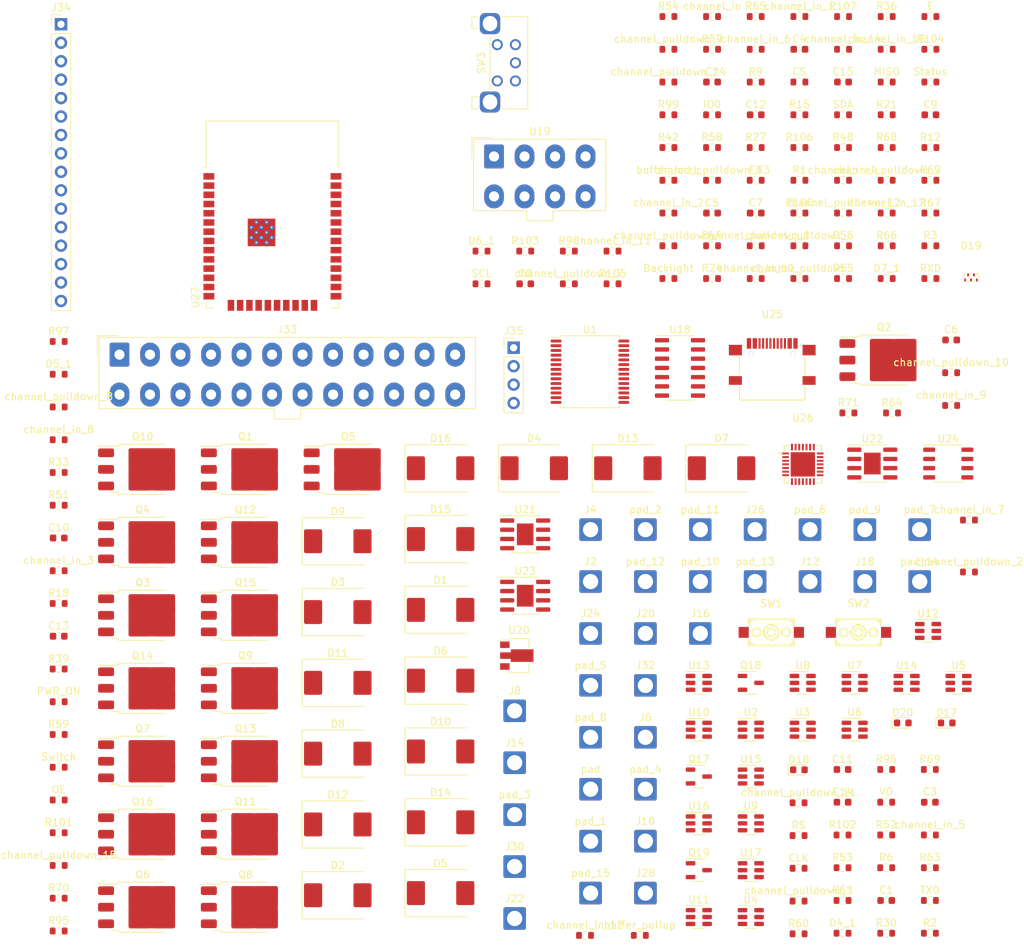
<source format=kicad_pcb>
(kicad_pcb (version 20221018) (generator pcbnew)
  (layers (0 "F.Cu" signal) (31 "B.Cu" signal) (34 "B.Paste" user) (35 "F.Paste" user) (36 "B.SilkS" user "B.Silkscreen") (37 "F.SilkS" user "F.Silkscreen") (38 "B.Mask" user) (39 "F.Mask" user) (44 "Edge.Cuts" user))
  (net 0 "")
  (net 1 "GND")
  (net 2 "N$102")
  (net 3 "N$99")
  (net 4 "N$100")
  (net 5 "N$101")
  (net 6 "N$98")
  (net 7 "+5V")
  (net 8 "N$65")
  (net 9 "N$66")
  (net 10 "N$67")
  (net 11 "N$68")
  (net 12 "N$69")
  (net 13 "N$70")
  (net 14 "N$71")
  (net 15 "N$72")
  (net 16 "N$73")
  (net 17 "N$74")
  (net 18 "N$75")
  (net 19 "N$76")
  (net 20 "N$77")
  (net 21 "N$78")
  (net 22 "N$79")
  (net 23 "N$80")
  (net 24 "~OE")
  (net 25 "SCL")
  (net 26 "SDA")
  (net 27 "N$28")
  (net 28 "N$27")
  (net 29 "N$32")
  (net 30 "N$31")
  (net 31 "N$36")
  (net 32 "N$35")
  (net 33 "N$4")
  (net 34 "N$3")
  (net 35 "N$40")
  (net 36 "N$39")
  (net 37 "N$44")
  (net 38 "N$43")
  (net 39 "N$48")
  (net 40 "N$47")
  (net 41 "N$52")
  (net 42 "N$51")
  (net 43 "N$56")
  (net 44 "N$55")
  (net 45 "N$60")
  (net 46 "N$59")
  (net 47 "N$64")
  (net 48 "N$63")
  (net 49 "N$8")
  (net 50 "N$7")
  (net 51 "N$12")
  (net 52 "N$11")
  (net 53 "N$16")
  (net 54 "N$15")
  (net 55 "N$20")
  (net 56 "N$19")
  (net 57 "N$24")
  (net 58 "N$23")
  (net 59 "HV")
  (net 60 "+3V3")
  (net 61 "N$5")
  (net 62 "N$6")
  (net 63 "N$29")
  (net 64 "N$30")
  (net 65 "N$25")
  (net 66 "N$26")
  (net 67 "N$21")
  (net 68 "N$22")
  (net 69 "N$17")
  (net 70 "N$18")
  (net 71 "N$13")
  (net 72 "N$14")
  (net 73 "N$9")
  (net 74 "N$10")
  (net 75 "N$37")
  (net 76 "N$38")
  (net 77 "N$33")
  (net 78 "N$34")
  (net 79 "N$41")
  (net 80 "N$42")
  (net 81 "N$45")
  (net 82 "N$46")
  (net 83 "N$49")
  (net 84 "N$50")
  (net 85 "N$53")
  (net 86 "N$54")
  (net 87 "N$57")
  (net 88 "N$58")
  (net 89 "N$61")
  (net 90 "N$62")
  (net 91 "N$1")
  (net 92 "N$2")
  (net 93 "N$109")
  (net 94 "N$111")
  (net 95 "EN")
  (net 96 "N$112")
  (net 97 "N$110")
  (net 98 "IO0")
  (net 99 "N$87")
  (net 100 "N$86")
  (net 101 "N$97")
  (net 102 "CS")
  (net 103 "MISO")
  (net 104 "CLK")
  (net 105 "HV_UPSTREAM")
  (net 106 "OE")
  (net 107 "N$96")
  (net 108 "N$94")
  (net 109 "N$93")
  (net 110 "N$95")
  (net 111 "OE_1")
  (net 112 "N$83")
  (net 113 "R1")
  (net 114 "R2")
  (net 115 "N$92")
  (net 116 "N$133")
  (net 117 "N$108")
  (net 118 "RXD")
  (net 119 "N$127")
  (net 120 "TXD")
  (net 121 "N$139")
  (net 122 "N$137")
  (net 123 "N$138")
  (net 124 "N$123")
  (net 125 "N$124")
  (net 126 "N$128")
  (net 127 "N$116")
  (net 128 "RS")
  (net 129 "N$140")
  (net 130 "N$82")
  (net 131 "N$115")
  (net 132 "VO")
  (net 133 "N$141")
  (net 134 "N$132")
  (net 135 "N$148")
  (net 136 "N$147")
  (net 137 "N$146")
  (net 138 "N$145")
  (net 139 "N$144")
  (net 140 "N$143")
  (net 141 "N$142")
  (net 142 "N$106")
  (net 143 "N$131")
  (net 144 "N$126")
  (net 145 "PWR_ON")
  (net 146 "N$125")
  (net 147 "N$134")
  (net 148 "N$129")
  (net 149 "N$117")
  (net 150 "N$121")
  (net 151 "D7")
  (net 152 "N$120")
  (net 153 "D6")
  (net 154 "N$119")
  (net 155 "D5")
  (net 156 "N$118")
  (net 157 "D4")
  (net 158 "N$136")
  (net 159 "N$135")
  (net 160 "N$105")
  (net 161 "N$122")
  (net 162 "Backlight")
  (net 163 "N$85")
  (net 164 "N$84")
  (net 165 "N$107")
  (footprint "easyeda:QFN-28_L5.0-W5.0-P0.50-TL-EP3.3" (layer "F.Cu") (at 156.395 83.81)
    (fp_text reference "U26")
    (fp_text value "CP2102N-A01-GQFN28")
  )
  (footprint "Connector_Wire:SolderWire-1.5sqmm_1x01_D1.7mm_OD3mm" (layer "F.Cu") (at 127.175 142.85)
    (fp_text reference "pad_15")
    (fp_text value "Conn_01x01")
  )
  (footprint "Resistor_SMD:R_0603_1608Metric" (layer "F.Cu") (at 137.885 26.65)
    (fp_text reference "channel_pulldown_4")
    (fp_text value "100K")
  )
  (footprint "Connector_Wire:SolderWire-1.5sqmm_1x01_D1.7mm_OD3mm" (layer "F.Cu") (at 127.175 135.7)
    (fp_text reference "pad_1")
    (fp_text value "Conn_01x01")
  )
  (footprint "Resistor_SMD:R_0603_1608Metric" (layer "F.Cu") (at 167.865 148.38)
    (fp_text reference "R30")
    (fp_text value "1R")
  )
  (footprint "Connector_Wire:SolderWire-1.5sqmm_1x01_D1.7mm_OD3mm" (layer "F.Cu") (at 127.175 107.1)
    (fp_text reference "J24")
    (fp_text value "Conn_01x01")
  )
  (footprint "Connector_Wire:SolderWire-1.5sqmm_1x01_D1.7mm_OD3mm" (layer "F.Cu") (at 134.725 114.25)
    (fp_text reference "J32")
    (fp_text value "Conn_01x01")
  )
  (footprint "Resistor_SMD:R_0603_1608Metric" (layer "F.Cu") (at 149.905 44.69)
    (fp_text reference "EN")
    (fp_text value "10R")
  )
  (footprint "Diode_SMD:D_SMC" (layer "F.Cu") (at 106.53 103.85)
    (fp_text reference "D1")
    (fp_text value "S5DC-13-F")
  )
  (footprint "Diode_SMD:D_SMC" (layer "F.Cu") (at 92.38 94.4)
    (fp_text reference "D9")
    (fp_text value "S5DC-13-F")
  )
  (footprint "Resistor_SMD:R_0603_1608Metric" (layer "F.Cu") (at 161.855 134.85)
    (fp_text reference "R102")
    (fp_text value "10R")
  )
  (footprint "Resistor_SMD:R_0603_1608Metric" (layer "F.Cu") (at 130.195 58.95)
    (fp_text reference "R105")
    (fp_text value "10R")
  )
  (footprint "Resistor_SMD:R_0603_1608Metric" (layer "F.Cu") (at 155.915 58.22)
    (fp_text reference "channel_pulldown")
    (fp_text value "100K")
  )
  (footprint "Package_TO_SOT_SMD:TO-252-3_TabPin2" (layer "F.Cu") (at 65.525 144.8)
    (fp_text reference "Q6")
    (fp_text value "AOD508")
  )
  (footprint "Package_TO_SOT_SMD:SOT-23-6" (layer "F.Cu") (at 170.675 113.9)
    (fp_text reference "U14")
    (fp_text value "ZXGD3001E6")
  )
  (footprint "Resistor_SMD:R_0603_1608Metric" (layer "F.Cu") (at 173.875 125.83)
    (fp_text reference "R69")
    (fp_text value "0")
  )
  (footprint "Resistor_SMD:R_0603_1608Metric" (layer "F.Cu") (at 167.935 31.16)
    (fp_text reference "MISO")
    (fp_text value "10R")
  )
  (footprint "Package_TO_SOT_SMD:TO-252-3_TabPin2" (layer "F.Cu") (at 65.525 94.55)
    (fp_text reference "Q4")
    (fp_text value "AOD508")
  )
  (footprint "Resistor_SMD:R_0603_1608Metric" (layer "F.Cu") (at 53.965 75.91)
    (fp_text reference "channel_pulldown_8")
    (fp_text value "100K")
  )
  (footprint "Resistor_SMD:R_0603_1608Metric" (layer "F.Cu") (at 161.925 49.2)
    (fp_text reference "channel_pulldown_12")
    (fp_text value "100K")
  )
  (footprint "Package_SO:TSSOP-28_8x9.7mm_P0.65mm" (layer "F.Cu") (at 127.085 71.05)
    (fp_text reference "U1")
    (fp_text value "PCA9685PW")
  )
  (footprint "Resistor_SMD:R_0603_1608Metric" (layer "F.Cu") (at 53.965 89.44)
    (fp_text reference "R51")
    (fp_text value "2K")
  )
  (footprint "Connector_Wire:SolderWire-1.5sqmm_1x01_D1.7mm_OD3mm" (layer "F.Cu") (at 172.475 92.8)
    (fp_text reference "pad_7")
    (fp_text value "Conn_01x01")
  )
  (footprint "Resistor_SMD:R_0603_1608Metric" (layer "F.Cu") (at 173.875 139.36)
    (fp_text reference "R63")
    (fp_text value "5K1")
  )
  (footprint "Resistor_SMD:R_0603_1608Metric" (layer "F.Cu") (at 173.945 49.2)
    (fp_text reference "R67")
    (fp_text value "47K5")
  )
  (footprint "Resistor_SMD:R_0603_1608Metric" (layer "F.Cu") (at 155.805 134.93)
    (fp_text reference "RS")
    (fp_text value "10R")
  )
  (footprint "Package_SO:SOIC-8-1EP_3.9x4.9mm_P1.27mm_EP2.29x3mm" (layer "F.Cu") (at 118.175 101.9)
    (fp_text reference "U23")
    (fp_text value "AP358SG-13")
  )
  (footprint "Diode_SMD:D_SMC" (layer "F.Cu") (at 92.38 143.15)
    (fp_text reference "D2")
    (fp_text value "S5DC-13-F")
  )
  (footprint "Capacitor_SMD:C_0603_1608Metric" (layer "F.Cu") (at 173.875 130.34)
    (fp_text reference "C3")
    (fp_text value "22u")
  )
  (footprint "Package_TO_SOT_SMD:TO-252-3_TabPin2" (layer "F.Cu") (at 79.675 134.75)
    (fp_text reference "Q11")
    (fp_text value "AOD508")
  )
  (footprint "Resistor_SMD:R_0603_1608Metric" (layer "F.Cu") (at 167.935 22.14)
    (fp_text reference "R36")
    (fp_text value "1R")
  )
  (footprint "Connector_Wire:SolderWire-1.5sqmm_1x01_D1.7mm_OD3mm" (layer "F.Cu") (at 134.725 128.55)
    (fp_text reference "pad_4")
    (fp_text value "Conn_01x01")
  )
  (footprint "Connector_Wire:SolderWire-1.5sqmm_1x01_D1.7mm_OD3mm" (layer "F.Cu") (at 142.275 92.8)
    (fp_text reference "pad_11")
    (fp_text value "Conn_01x01")
  )
  (footprint "Connector_Wire:SolderWire-1.5sqmm_1x01_D1.7mm_OD3mm" (layer "F.Cu") (at 134.725 142.85)
    (fp_text reference "J28")
    (fp_text value "Conn_01x01")
  )
  (footprint "Connector_Wire:SolderWire-1.5sqmm_1x01_D1.7mm_OD3mm" (layer "F.Cu") (at 116.725 146.35)
    (fp_text reference "J22")
    (fp_text value "Conn_01x01")
  )
  (footprint "Resistor_SMD:R_0603_1608Metric" (layer "F.Cu") (at 124.185 54.44)
    (fp_text reference "R98")
    (fp_text value "10R")
  )
  (footprint "Resistor_SMD:R_0603_1608Metric" (layer "F.Cu") (at 161.925 58.22)
    (fp_text reference "R55")
    (fp_text value "100K")
  )
  (footprint "LED_SMD:LED_0603_1608Metric" (layer "F.Cu") (at 176.195 119.42)
    (fp_text reference "D17")
    (fp_text value "LED")
  )
  (footprint "Resistor_SMD:R_0603_1608Metric" (layer "F.Cu") (at 130.195 54.44)
    (fp_text reference "channel_in_11")
    (fp_text value "100R")
  )
  (footprint "Resistor_SMD:R_0603_1608Metric" (layer "F.Cu") (at 155.915 22.14)
    (fp_text reference "channel_in_1")
    (fp_text value "100R")
  )
  (footprint "Package_TO_SOT_SMD:SOT-23-6" (layer "F.Cu") (at 142.075 133.25)
    (fp_text reference "U16")
    (fp_text value "ZXGD3001E6")
  )
  (footprint "Resistor_SMD:R_0603_1608Metric" (layer "F.Cu") (at 161.925 22.14)
    (fp_text reference "R107")
    (fp_text value "10R")
  )
  (footprint "Connector_Wire:SolderWire-1.5sqmm_1x01_D1.7mm_OD3mm" (layer "F.Cu") (at 142.275 99.95)
    (fp_text reference "pad_10")
    (fp_text value "Conn_01x01")
  )
  (footprint "Diode_SMD:D_SMC" (layer "F.Cu") (at 106.53 94.1)
    (fp_text reference "D15")
    (fp_text value "S5DC-13-F")
  )
  (footprint "Resistor_SMD:R_0603_1608Metric" (layer "F.Cu") (at 161.925 35.67)
    (fp_text reference "SDA")
    (fp_text value "10R")
  )
  (footprint "Package_TO_SOT_SMD:SOT-23-6" (layer "F.Cu") (at 163.525 120.35)
    (fp_text reference "U6")
    (fp_text value "ZXGD3001E6")
  )
  (footprint "Resistor_SMD:R_0603_1608Metric" (layer "F.Cu") (at 179.255 98.63)
    (fp_text reference "channel_pulldown_2")
    (fp_text value "100K")
  )
  (footprint "Resistor_SMD:R_0603_1608Metric" (layer "F.Cu") (at 176.805 71.19)
    (fp_text reference "channel_pulldown_10")
    (fp_text value "100K")
  )
  (footprint "Connector_Wire:SolderWire-1.5sqmm_1x01_D1.7mm_OD3mm" (layer "F.Cu") (at 127.175 99.95)
    (fp_text reference "J2")
    (fp_text value "Conn_01x01")
  )
  (footprint "Resistor_SMD:R_0603_1608Metric" (layer "F.Cu") (at 161.925 53.71)
    (fp_text reference "R56")
    (fp_text value "100K")
  )
  (footprint "Resistor_SMD:R_0603_1608Metric" (layer "F.Cu") (at 173.945 44.69)
    (fp_text reference "R62")
    (fp_text value "10R")
  )
  (footprint "Resistor_SMD:R_0603_1608Metric" (layer "F.Cu") (at 155.805 148.46)
    (fp_text reference "R60")
    (fp_text value "30K")
  )
  (footprint "Resistor_SMD:R_0603_1608Metric" (layer "F.Cu") (at 155.805 143.95)
    (fp_text reference "channel_pulldown_3")
    (fp_text value "100K")
  )
  (footprint "Resistor_SMD:R_0603_1608Metric" (layer "F.Cu") (at 161.855 143.87)
    (fp_text reference "R61")
    (fp_text value "12K")
  )
  (footprint "Resistor_SMD:R_0603_1608Metric" (layer "F.Cu") (at 173.945 26.65)
    (fp_text reference "R104")
    (fp_text value "10R")
  )
  (footprint "Resistor_SMD:R_0603_1608Metric" (layer "F.Cu") (at 161.925 26.65)
    (fp_text reference "channel_in_14")
    (fp_text value "100R")
  )
  (footprint "Connector_Wire:SolderWire-1.5sqmm_1x01_D1.7mm_OD3mm" (layer "F.Cu") (at 157.375 92.8)
    (fp_text reference "pad_6")
    (fp_text value "Conn_01x01")
  )
  (footprint "Diode_SMD:D_SMC" (layer "F.Cu") (at 106.53 142.85)
    (fp_text reference "D5")
    (fp_text value "S5DC-13-F")
  )
  (footprint "Resistor_SMD:R_0603_1608Metric" (layer "F.Cu") (at 161.925 44.69)
    (fp_text reference "channel_in_4")
    (fp_text value "100R")
  )
  (footprint "Package_TO_SOT_SMD:SOT-23-6" (layer "F.Cu") (at 149.225 126.8)
    (fp_text reference "U15")
    (fp_text value "ZXGD3001E6")
  )
  (footprint "Connector_PinHeader_2.54mm:PinHeader_1x04_P2.54mm_Vertical" (layer "F.Cu") (at 116.585 67.75)
    (fp_text reference "J35")
    (fp_text value "Conn_01x04_Male")
  )
  (footprint "Resistor_SMD:R_0603_1608Metric" (layer "F.Cu") (at 173.945 58.22)
    (fp_text reference "RXD")
    (fp_text value "10R")
  )
  (footprint "Package_TO_SOT_SMD:SOT-23-3" (layer "F.Cu") (at 142.075 139.7)
    (fp_text reference "Q19")
    (fp_text value "SS8050-G")
  )
  (footprint "Resistor_SMD:R_0603_1608Metric" (layer "F.Cu") (at 53.965 121.01)
    (fp_text reference "R59")
    (fp_text value "30K")
  )
  (footprint "Package_TO_SOT_SMD:SOT-23-6" (layer "F.Cu") (at 149.225 146.15)
    (fp_text reference "U4")
    (fp_text value "ZXGD3001E6")
  )
  (footprint "Connector_Wire:SolderWire-1.5sqmm_1x01_D1.7mm_OD3mm" (layer "F.Cu") (at 127.175 121.4)
    (fp_text reference "pad_8")
    (fp_text value "Conn_01x01")
  )
  (footprint "Resistor_SMD:R_0603_1608Metric" (layer "F.Cu") (at 53.965 143.56)
    (fp_text reference "R70")
    (fp_text value "10K")
  )
  (footprint "Resistor_SMD:R_0603_1608Metric" (layer "F.Cu") (at 137.885 53.71)
    (fp_text reference "channel_pulldown_5")
    (fp_text value "100K")
  )
  (footprint "Resistor_SMD:R_0603_1608Metric" (layer "F.Cu") (at 161.925 40.18)
    (fp_text reference "R48")
    (fp_text value "1R")
  )
  (footprint "Resistor_SMD:R_0603_1608Metric" (layer "F.Cu") (at 53.965 102.97)
    (fp_text reference "R18")
    (fp_text value "1R")
  )
  (footprint "LED_SMD:LED_0603_1608Metric" (layer "F.Cu") (at 155.845 125.87)
    (fp_text reference "D18")
    (fp_text value "LED")
  )
  (footprint "Connector_Wire:SolderWire-1.5sqmm_1x01_D1.7mm_OD3mm" (layer "F.Cu") (at 116.725 117.75)
    (fp_text reference "J8")
    (fp_text value "Conn_01x01")
  )
  (footprint "Resistor_SMD:R_0603_1608Metric" (layer "F.Cu") (at 155.805 139.44)
    (fp_text reference "CLK")
    (fp_text value "10R")
  )
  (footprint "Connector_Wire:SolderWire-1.5sqmm_1x01_D1.7mm_OD3mm" (layer "F.Cu") (at 116.725 139.2)
    (fp_text reference "J30")
    (fp_text value "Conn_01x01")
  )
  (footprint "Resistor_SMD:R_0603_1608Metric" (layer "F.Cu") (at 124.185 58.95)
    (fp_text reference "channel_pulldown_7")
    (fp_text value "100K")
  )
  (footprint "Capacitor_SMD:C_0603_1608Metric" (layer "F.Cu") (at 161.925 31.16)
    (fp_text reference "C15")
    (fp_text value "100n")
  )
  (footprint "Package_TO_SOT_SMD:SOT-23-6" (layer "F.Cu") (at 156.375 120.35)
    (fp_text reference "U3")
    (fp_text value "ZXGD3001E6")
  )
  (footprint "Connector_Wire:SolderWire-1.5sqmm_1x01_D1.7mm_OD3mm" (layer "F.Cu") (at 134.725 99.95)
    (fp_text reference "pad_12")
    (fp_text value "Conn_01x01")
  )
  (footprint "Connector_Wire:SolderWire-1.5sqmm_1x01_D1.7mm_OD3mm" (layer "F.Cu") (at 127.175 92.8)
    (fp_text reference "J4")
    (fp_text value "Conn_01x01")
  )
  (footprint "Capacitor_SMD:C_0603_1608Metric" (layer "F.Cu") (at 53.965 107.48)
    (fp_text reference "C13")
    (fp_text value "22u")
  )
  (footprint "Connector_Wire:SolderWire-1.5sqmm_1x01_D1.7mm_OD3mm" (layer "F.Cu") (at 172.475 99.95)
    (fp_text reference "pad_14")
    (fp_text value "Conn_01x01")
  )
  (footprint "Resistor_SMD:R_0603_1608Metric" (layer "F.Cu") (at 161.855 148.38)
    (fp_text reference "D4_1")
    (fp_text value "10R")
  )
  (footprint "Resistor_SMD:R_0603_1608Metric" (layer "F.Cu") (at 167.935 40.18)
    (fp_text reference "R68")
    (fp_text value "0")
  )
  (footprint "Resistor_SMD:R_0603_1608Metric" (layer "F.Cu") (at 167.935 35.67)
    (fp_text reference "R21")
    (fp_text value "1R")
  )
  (footprint "RF_Module:ESP32-WROOM-32D" (layer "F.Cu") (at 83.385 52.4)
    (fp_text reference "U27")
    (fp_text value "ESP32-WROOM-32")
  )
  (footprint "Resistor_SMD:R_0603_1608Metric" (layer "F.Cu") (at 53.965 125.52)
    (fp_text reference "Switch")
    (fp_text value "10R")
  )
  (footprint "Package_TO_SOT_SMD:SOT-23-6" (layer "F.Cu") (at 142.075 120.35)
    (fp_text reference "U10")
    (fp_text value "ZXGD3001E6")
  )
  (footprint "Resistor_SMD:R_0603_1608Metric" (layer "F.Cu") (at 126.405 148.68)
    (fp_text reference "channel_in_13")
    (fp_text value "100R")
  )
  (footprint "Package_TO_SOT_SMD:SOT-23-6" (layer "F.Cu") (at 149.225 120.35)
    (fp_text reference "U2")
    (fp_text value "ZXGD3001E6")
  )
  (footprint "Connector_Wire:SolderWire-1.5sqmm_1x01_D1.7mm_OD3mm" (layer "F.Cu") (at 164.925 99.95)
    (fp_text reference "J18")
    (fp_text value "Conn_01x01")
  )
  (footprint "Package_TO_SOT_SMD:TO-252-3_TabPin2" (layer "F.Cu") (at 93.825 84.5)
    (fp_text reference "Q5")
    (fp_text value "AOD508")
  )
  (footprint "Resistor_SMD:R_0603_1608Metric" (layer "F.Cu") (at 137.885 35.67)
    (fp_text reference "R99")
    (fp_text value "10R")
  )
  (footprint "Connector_Wire:SolderWire-1.5sqmm_1x01_D1.7mm_OD3mm" (layer "F.Cu") (at 127.175 128.55)
    (fp_text reference "pad")
    (fp_text value "Conn_01x01")
  )
  (footprint "Resistor_SMD:R_0603_1608Metric" (layer "F.Cu") (at 168.665 76.73)
    (fp_text reference "R64")
    (fp_text value "5K1")
  )
  (footprint "Rotary_Encoder:RotaryEncoder_Bourns_Horizontal_PEC12R-2xxxF-Sxxxx" (layer "F.Cu") (at 116.835 31.01)
    (fp_text reference "SW3")
    (fp_text value "Rotary_Encoder_Switch")
  )
  (footprint "Resistor_SMD:R_0603_1608Metric" (layer "F.Cu") (at 53.965 111.99)
    (fp_text reference "R39")
    (fp_text value "1R")
  )
  (footprint "Resistor_SMD:R_0603_1608Metric" (layer "F.Cu") (at 143.895 53.71)
    (fp_text reference "R45")
    (fp_text value "1R")
  )
  (footprint "Diode_SMD:D_SMC" (layer "F.Cu") (at 106.53 84.35)
    (fp_text reference "D16")
    (fp_text value "S5DC-13-F")
  )
  (footprint "Package_TO_SOT_SMD:TO-252-3_TabPin2" (layer "F.Cu") (at 79.675 104.6)
    (fp_text reference "Q15")
    (fp_text value "AOD508")
  )
  (footprint "Capacitor_SMD:C_0603_1608Metric" (layer "F.Cu") (at 53.965 93.95)
    (fp_text reference "C10")
    (fp_text value "100n")
  )
  (footprint "Resistor_SMD:R_0603_1608Metric" (layer "F.Cu") (at 173.945 40.18)
    (fp_text reference "R12")
    (fp_text value "1R")
  )
  (footprint "Package_TO_SOT_SMD:SOT-89-3" (layer "F.Cu") (at 117.325 110.15)
    (fp_text reference "U20")
    (fp_text value "AP1117-15")
  )
  (footprint "Resistor_SMD:R_0603_1608Metric" (layer "F.Cu") (at 137.885 44.69)
    (fp_text reference "buffer_led_r")
    (fp_text value "2K")
  )
  (footprint "Package_TO_SOT_SMD:SOT-23-3" (layer "F.Cu") (at 149.225 113.9)
    (fp_text reference "Q18")
    (fp_text value "SS8050-G")
  )
  (footprint "Package_TO_SOT_SMD:SOT-23-3" (layer "F.Cu") (at 142.075 126.8)
    (fp_text reference "Q17")
    (fp_text value "SS8050-G")
  )
  (footprint "Capacitor_SMD:C_0603_1608Metric" (layer "F.Cu") (at 161.855 130.34)
    (fp_text reference "C14")
    (fp_text value "100n")
  )
  (footprint "Resistor_SMD:R_0603_1608Metric" (layer "F.Cu") (at 112.165 54.44)
    (fp_text reference "D6_1")
    (fp_text value "10R")
  )
  (footprint "Diode_SMD:D_SMC" (layer "F.Cu") (at 92.38 123.65)
    (fp_text reference "D8")
    (fp_text value "S5DC-13-F")
  )
  (footprint "Resistor_SMD:R_0603_1608Metric" (layer "F.Cu") (at 176.805 75.7)
    (fp_text reference "channel_in_9")
    (fp_text value "100R")
  )
  (footprint "Resistor_SMD:R_0603_1608Metric" (layer "F.Cu") (at 53.965 71.4)
    (fp_text reference "D5_1")
    (fp_text value "10R")
  )
  (footprint "Resistor_SMD:R_0603_1608Metric" (layer "F.Cu") (at 167.865 130.34)
    (fp_text reference "VO")
    (fp_text value "10R")
  )
  (footprint "Resistor_SMD:R_0603_1608Metric" (layer "F.Cu") (at 53.965 134.54)
    (fp_text reference "R101")
    (fp_text value "10R")
  )
  (footprint "Resistor_SMD:R_0603_1608Metric" (layer "F.Cu") (at 155.915 40.18)
    (fp_text reference "R106")
    (fp_text value "10R")
  )
  (footprint "Package_TO_SOT_SMD:SOT-23-6" (layer "F.Cu") (at 149.225 133.25)
    (fp_text reference "U9")
    (fp_text value "ZXGD3001E6")
  )
  (footprint "Connector_Wire:SolderWire-1.5sqmm_1x01_D1.7mm_OD3mm" (layer "F.Cu") (at 127.175 114.25)
    (fp_text reference "pad_5")
    (fp_text value "Conn_01x01")
  )
  (footprint "Package_TO_SOT_SMD:SOT-23-6" (layer "F.Cu") (at 177.825 113.9)
    (fp_text reference "U5")
    (fp_text value "ZXGD3001E6")
  )
  (footprint "Diode_SMD:D_SMC" (layer "F.Cu") (at 132.31 84.35)
    (fp_text reference "D13")
    (fp_text value "S5DC-13-F")
  )
  (footprint "Connector_Wire:SolderWire-1.5sqmm_1x01_D1.7mm_OD3mm" (layer "F.Cu") (at 116.725 132.05)
    (fp_text reference "pad_3")
    (fp_text value "Conn_01x01")
  )
  (footprint "Package_TO_SOT_SMD:TO-252-3_TabPin2" (layer "F.Cu") (at 79.675 114.65)
    (fp_text reference "Q9")
    (fp_text value "AOD508")
  )
  (footprint "Package_TO_SOT_SMD:TO-252-3_TabPin2" (layer "F.Cu") (at 79.675 84.5)
    (fp_text reference "Q1")
    (fp_text value "AOD508")
  )
  (footprint "Resistor_SMD:R_0603_1608Metric" (layer "F.Cu") (at 155.915 49.2)
    (fp_text reference "R100")
    (fp_text value "10R")
  )
  (footprint "Connector_Molex:Molex_Mini-Fit_Jr_5566-24A_2x12_P4.20mm_Vertical" (layer "F.Cu") (at 62.335 68.7)
    (fp_text reference "J33")
    (fp_text value "ATX-24")
  )
  (footprint "Resistor_SMD:R_0603_1608Metric" (layer "F.Cu") (at 161.855 139.36)
    (fp_text reference "R53")
    (fp_text value "1K")
  )
  (footprint "Package_TO_SOT_SMD:SOT-23-6" (layer "F.Cu") (at 173.625 106.75)
    (fp_text reference "U12")
    (fp_text value "ZXGD3001E6")
  )
  (footprint "Resistor_SMD:R_0603_1608Metric" (layer "F.Cu") (at 162.655 76.73)
    (fp_text reference "R71")
    (fp_text value "10K")
  )
  (footprint "Connector_Wire:SolderWire-1.5sqmm_1x01_D1.7mm_OD3mm" (layer "F.Cu") (at 164.925 92.8)
    (fp_text reference "pad_9")
    (fp_text value "Conn_01x01")
  )
  (footprint "Connector_Molex:Molex_Mini-Fit_Jr_5566-08A_2x04_P4.20mm_Vertical" (layer "F.Cu") (at 113.885 41.41)
    (fp_text reference "U19")
    (fp_text value "EPS12V")
  )
  (footprint "Capacitor_SMD:C_0603_1608Metric" (layer "F.Cu") (at 176.805 66.68)
    (fp_text reference "C6")
    (fp_text value "100n")
  )
  (footprint "Resistor_SMD:R_0603_1608Metric" (layer "F.Cu") (at 143.895 58.22)
    (fp_text reference "R24")
    (fp_text value "1R")
  )
  (footprint "easyeda:DFN2010-5L_L2.0-W1.0-P0.8-BL" (layer "F.Cu") (at 179.54 58.07)
    (fp_text reference "D19")
    (fp_text value "RCLAMP7534P-N")
  )
  (footprint "Package_TO_SOT_SMD:TO-252-3_TabPin2" (layer "F.Cu") (at 65.525 114.65)
    (fp_text reference "Q14")
    (fp_text value "AOD508")
  )
  (footprint "Resistor_SMD:R_0603_1608Metric" (layer "F.Cu") (at 137.885 40.18)
    (fp_text reference "R42")
    (fp_text value "1R")
  )
  (footprint "easyeda:KEY-SMD_L6.2-W3.6-LS8.0" (layer "F.Cu") (at 152.05 106.95)
    (fp_text reference "SW1")
    (fp_text value "SW_Push")
  )
  (footprint "Connector_Wire:SolderWire-1.5sqmm_1x01_D1.7mm_OD3mm" (layer "F.Cu") (at 149.825 92.8)
    (fp_text reference "J26")
    (fp_text value "Conn_01x01")
  )
  (footprint "Package_TO_SOT_SMD:TO-252-3_TabPin2" (layer "F.Cu") (at 167.565 69.45)
    (fp_text reference "Q2")
    (fp_text value "AOD508")
  )
  (footprint "easyeda:USB-C-SMD_YTC-TC16S-26-A" (layer "F.Cu") (at 152.18 69.705)
    (fp_text reference "U25")
    (fp_text value "YTC-TC16S-26")
  )
  (footprint "Resistor_SMD:R_0603_1608Metric" (layer "F.Cu") (at 137.885 22.14)
    (fp_text reference "R54")
    (fp_text value "100K")
  )
  (footprint "Resistor_SMD:R_0603_1608Metric" (layer "F.Cu") (at 167.935 49.2)
    (fp_text reference "channel_in_12")
    (fp_text value "100R")
  )
  (footprint "Package_TO_SOT_SMD:TO-252-3_TabPin2" (layer "F.Cu") (at 79.675 94.55)
    (fp_text reference "Q12")
    (fp_text value "AOD508")
  )
  (footprint "Resistor_SMD:R_0603_1608Metric" (layer "F.Cu") (at 155.915 44.69)
    (fp_text reference "R1")
    (fp_text value "10R")
  )
  (footprint "Resistor_SMD:R_0603_1608Metric" (layer "F.Cu") (at 155.915 53.71)
    (fp_text reference "channel_pulldown_6")
    (fp_text value "100K")
  )
  (footprint "Resistor_SMD:R_0603_1608Metric" (layer "F.Cu") (at 167.865 139.36)
    (fp_text reference "R6")
    (fp_text value "1R")
  )
  (footprint "Resistor_SMD:R_0603_1608Metric" (layer "F.Cu") (at 173.875 143.87)
    (fp_text reference "TXD")
    (fp_text value "10R")
  )
  (footprint "Resistor_SMD:R_0603_1608Metric" (layer "F.Cu") (at 167.935 53.71)
    (fp_text reference "R66")
    (fp_text value "22K1")
  )
  (footprint "Resistor_SMD:R_0603_1608Metric" (layer "F.Cu") (at 143.895 22.14)
    (fp_text reference "channel_in")
    (fp_text value "100R")
  )
  (footprint "Resistor_SMD:R_0603_1608Metric" (layer "F.Cu") (at 173.945 53.71)
    (fp_text reference "R3")
    (fp_text value "1R")
  )
  (footprint "Connector_Wire:SolderWire-1.5sqmm_1x01_D1.7mm_OD3mm" (layer "F.Cu") (at 134.725 121.4)
    (fp_text reference "J6")
    (fp_text value "Conn_01x01")
  )
  (footprint "Resistor_SMD:R_0603_1608Metric" (layer "F.Cu") (at 53.965 139.05)
    (fp_text reference "channel_pulldown_15")
    (fp_text value "100K")
  )
  (footprint "Resistor_SMD:R_0603_1608Metric" (layer "F.Cu") (at 149.905 40.18)
    (fp_text reference "R27")
    (fp_text value "1R")
  )
  (footprint "Resistor_SMD:R_0603_1608Metric" (layer "F.Cu") (at 53.965 66.89)
    (fp_text reference "R97")
    (fp_text value "2K2")
  )
  (footprint "Resistor_SMD:R_0603_1608Metric" (layer "F.Cu") (at 173.945 22.14)
    (fp_text reference "E")
    (fp_text value "10R")
  )
  (footprint "Resistor_SMD:R_0603_1608Metric" (layer "F.Cu") (at 112.165 58.95)
    (fp_text reference "SCL")
    (fp_text value "10R")
  )
  (footprint "Capacitor_SMD:C_0603_1608Metric" (layer "F.Cu") (at 118.175 58.95)
    (fp_text reference "C8")
    (fp_text value "1u")
  )
  (footprint "Package_TO_SOT_SMD:TO-252-3_TabPin2" (layer "F.Cu") (at 65.525 104.6)
    (fp_text reference "Q3")
    (fp_text value "AOD508")
  )
  (footprint "Connector_PinHeader_2.54mm:PinHeader_1x16_P2.54mm_Vertical" (layer "F.Cu") (at 54.285 23.21)
    (fp_text reference "J34")
    (fp_text value "Conn_01x16")
  )
  (footprint "Resistor_SMD:R_0603_1608Metric" (layer "F.Cu") (at 118.175 54.44)
    (fp_text reference "R103")
    (fp_text value "10R")
  )
  (footprint "Capacitor_SMD:C_0603_1608Metric" (layer "F.Cu") (at 173.945 35.67)
    (fp_text reference "C9")
    (fp_text value "100n")
  )
  (footprint "Package_TO_SOT_SMD:TO-252-3_TabPin2" (layer "F.Cu") (at 65.525 134.75)
    (fp_text reference "Q16")
    (fp_text value "AOD508")
  )
  (footprint "Package_TO_SOT_SMD:SOT-23-6" (layer "F.Cu") (at 163.525 113.9)
    (fp_text reference "U7")
    (fp_text value "ZXGD3001E6")
  )
  (footprint "Resistor_SMD:R_0603_1608Metric" (layer "F.Cu") (at 149.905 22.14)
    (fp_text reference "R65")
    (fp_text value "2K")
  )
  (footprint "Resistor_SMD:R_0603_1608Metric" (layer "F.Cu") (at 53.965 116.5)
    (fp_text reference "PWR_ON")
    (fp_text value "10R")
  )
  (footprint "Diode_SMD:D_SMC" (layer "F.Cu") (at 92.38 113.9)
    (fp_text reference "D11")
    (fp_text value "S5DC-13-F")
  )
  (footprint "Capacitor_SMD:C_0603_1608Metric" (layer "F.Cu") (at 155.915 26.65)
    (fp_text reference "C4")
    (fp_text value "100n")
  )
  (footprint "Resistor_SMD:R_0603_1608Metric" (layer "F.Cu") (at 155.915 35.67)
    (fp_text reference "R15")
    (fp_text value "1R")
  )
  (footprint "Package_SO:SOIC-14_3.9x8.7mm_P1.27mm" (layer "F.Cu") (at 139.485 70.53)
    (fp_text reference "U18")
    (fp_text value "74LS04")
  )
  (footprint "Capacitor_SMD:C_0603_1608Metric" (layer "F.Cu") (at 143.895 31.16)
    (fp_text reference "C2")
    (fp_text value "22u")
  )
  (footprint "Resistor_SMD:R_0603_1608Metric" (layer "F.Cu") (at 53.965 80.42)
    (fp_text reference "channel_in_8")
    (fp_text value "100R")
  )
  (footprint "Resistor_SMD:R_0603_1608Metric" (layer "F.Cu") (at 167.935 26.65)
    (fp_text reference "channel_in_15")
    (fp_text value "100R")
  )
  (footprint "Connector_Wire:SolderWire-1.5sqmm_1x01_D1.7mm_OD3mm" (layer "F.Cu") (at 157.375 99.95)
    (fp_text reference "J12")
    (fp_text value "Conn_01x01")
  )
  (footprint "Diode_SMD:D_SMC" (layer "F.Cu") (at 92.38 133.4)
    (fp_text reference "D12")
    (fp_text value "S5DC-13-F")
  )
  (footprint "Capacitor_SMD:C_0603_1608Metric" (layer "F.Cu") (at 149.905 35.67)
    (fp_text reference "C12")
    (fp_text value "4.7u")
  )
  (footprint "Diode_SMD:D_SMC" (layer "F.Cu") (at 106.53 113.6)
    (fp_text reference "D6")
    (fp_text value "S5DC-13-F")
  )
  (footprint "Resistor_SMD:R_0603_1608Metric" (layer "F.Cu") (at 143.895 35.67)
    (fp_text reference "IO0")
    (fp_text value "10R")
  )
  (footprint "Package_TO_SOT_SMD:TO-252-3_TabPin2" (layer "F.Cu") (at 65.525 84.5)
    (fp_text reference "Q10")
    (fp_text value "AOD508")
  )
  (footprint "Resistor_SMD:R_0603_1608Metric" (layer "F.Cu") (at 155.805 130.42)
    (fp_text reference "channel_pulldown_11")
    (fp_text value "100K")
  )
  (footprint "Resistor_SMD:R_0603_1608Metric" (layer "F.Cu") (at 143.895 44.69)
    (fp_text reference "channel_pulldown_13")
    (fp_text value "100K")
  )
  (footprint "Resistor_SMD:R_0603_1608Metric" (layer "F.Cu") (at 53.965 84.93)
    (fp_text reference "R33")
    (fp_text value "1R")
  )
  (footprint "Diode_SMD:D_SMC" (layer "F.Cu") (at 106.53 123.35)
    (fp_text reference "D10")
    (fp_text value "S5DC-13-F")
  )
  (footprint "Resistor_SMD:R_0603_1608Metric" (layer "F.Cu") (at 53.965 98.46)
    (fp_text reference "channel_in_3")
    (fp_text value "100R")
  )
  (footprint "Resistor_SMD:R_0603_1608Metric" (layer "F.Cu") (at 167.865 125.83)
    (fp_text reference "R96")
    (fp_text value "2K2")
  )
  (footprint "easyeda:KEY-SMD_L6.2-W3.6-LS8.0" (layer "F.Cu") (at 164.05 106.95)
    (fp_text reference "SW2")
    (fp_text value "SW_Push")
  )
  (footprint "Resistor_SMD:R_0603_1608Metric" (layer "F.Cu") (at 137.885 49.2)
    (fp_text reference "channel_in_2")
    (fp_text value "100R")
  )
  (footprint "Package_SO:SOP-8_3.9x4.9mm_P1.27mm" (layer "F.Cu") (at 176.405 83.7)
    (fp_text reference "U24")
    (fp_text value "MCP3201")
  )
  (footprint "Resistor_SMD:R_0603_1608Metric" (layer "F.Cu") (at 137.885 58.22)
    (fp_text reference "Backlight")
    (fp_text value "2K")
  )
  (footprint "Package_TO_SOT_SMD:SOT-23-6" (layer "F.Cu") (at 149.225 139.7)
    (fp_text reference "U17")
    (fp_text value "ZXGD3001E6")
  )
  (footprint "Resistor_SMD:R_0603_1608Metric" (layer "F.Cu") (at 167.935 58.22)
    (fp_text reference "D7_1")
    (fp_text value "10R")
  )
  (footprint "Connector_Wire:SolderWire-1.5sqmm_1x01_D1.7mm_OD3mm" (layer "F.Cu") (at 149.825 99.95)
    (fp_text reference "pad_13")
    (fp_text value "Conn_01x01")
  )
  (footprint "Resistor_SMD:R_0603_1608Metric" (layer "F.Cu") (at 167.865 134.85)
    (fp_text reference "R52")
    (fp_text value "220R")
  )
  (footprint "Resistor_SMD:R_0603_1608Metric" (layer "F.Cu") (at 167.935 44.69)
    (fp_text reference "channel_pulldown_9")
    (fp_text value "100K")
  )
  (footprint "Capacitor_SMD:C_0603_1608Metric" (layer "F.Cu") (at 149.905 49.2)
    (fp_text reference "C7")
    (fp_text value "100n")
  )
  (footprint "Capacitor_SMD:C_0603_1608Metric" (layer "F.Cu") (at 143.895 49.2)
    (fp_text reference "C5")
    (fp_text value "100n")
  )
  (footprint "Capacitor_SMD:C_0603_1608Metric" (layer "F.Cu") (at 161.855 125.83)
    (fp_text reference "C11")
    (fp_text value "100n")
  )
  (footprint "Package_TO_SOT_SMD:TO-252-3_TabPin2" (layer "F.Cu") (at 65.525 124.7)
    (fp_text reference "Q7")
    (fp_text value "AOD508")
  )
  (footprint "Package_TO_SOT_SMD:SOT-23-6" (layer "F.Cu") (at 142.075 113.9)
    (fp_text reference "U13")
    (fp_text value "ZXGD3001E6")
  )
  (footprint "Resistor_SMD:R_0603_1608Metric" (layer "F.Cu") (at 149.905 31.16)
    (fp_text reference "R9")
    (fp_text value "1R")
  )
  (footprint "Package_TO_SOT_SMD:TO-252-3_TabPin2" (layer "F.Cu") (at 79.675 144.8)
    (fp_text reference "Q8")
    (fp_text value "AOD508")
  )
  (footprint "Diode_SMD:D_SMC" (layer "F.Cu") (at 119.42 84.35)
    (fp_text reference "D4")
    (fp_text value "S5DC-13-F")
  )
  (footprint "Resistor_SMD:R_0603_1608Metric" (layer "F.Cu") (at 53.965 148.07)
    (fp_text reference "R95")
    (fp_text value "10K")
  )
  (footprint "LED_SMD:LED_0603_1608Metric" (layer "F.Cu") (at 170.145 119.42)
    (fp_text reference "D20")
    (fp_text value "LED")
  )
  (footprint "Resistor_SMD:R_0603_1608Metric" (layer "F.Cu") (at 143.895 40.18)
    (fp_text reference "R58")
    (fp_text value "24K")
  )
  (footprint "Resistor_SMD:R_0603_1608Metric" (layer "F.Cu") (at 133.955 148.68)
    (fp_text reference "buffer_pullup")
    (fp_text value "10K")
  )
  (footprint "Resistor_SMD:R_0603_1608Metric" (layer "F.Cu") (at 173.875 134.85)
    (fp_text reference "channel_in_5")
    (fp_text value "100R")
  )
  (footprint "Diode_SMD:D_SMC" (layer "F.Cu") (at 106.53 133.1)
    (fp_text reference "D14")
    (fp_text value "S5DC-13-F")
  )
  (footprint "Capacitor_SMD:C_0603_1608Metric" (layer "F.Cu") (at 167.865 143.87)
    (fp_text reference "C1")
    (fp_text value "100n")
  )
  (footprint "Diode_SMD:D_SMC" (layer "F.Cu") (at 92.38 104.15)
    (fp_text reference "D3")
    (fp_text value "S5DC-13-F")
  )
  (footprint "Connector_Wire:SolderWire-1.5sqmm_1x01_D1.7mm_OD3mm" (layer "F.Cu") (at 134.725 107.1)
    (fp_text reference "J20")
    (fp_text value "Conn_01x01")
  )
  (footprint "Package_SO:SOIC-8-1EP_3.9x4.9mm_P1.27mm_EP2.29x3mm" (layer "F.Cu") (at 165.955 83.7)
    (fp_text reference "U22")
    (fp_text value "ACS71240LLCBTR-030B3")
  )
  (footprint "Package_TO_SOT_SMD:SOT-23-6" (layer "F.Cu") (at 156.375 113.9)
    (fp_text reference "U8")
    (fp_text value "ZXGD3001E6")
  )
  (footprint "Connector_Wire:SolderWire-1.5sqmm_1x01_D1.7mm_OD3mm" (layer "F.Cu") (at 134.725 135.7)
    (fp_text reference "J10")
    (fp_text value "Conn_01x01")
  )
  (footprint "Connector_Wire:SolderWire-1.5sqmm_1x01_D1.7mm_OD3mm" (layer "F.Cu") (at 142.275 107.1)
    (fp_text reference "J16")
    (fp_text value "Conn_01x01")
  )
  (footprint "Package_TO_SOT_SMD:SOT-23-6" (layer "F.Cu") (at 142.075 146.15)
    (fp_text reference "U11")
    (fp_text value "ZXGD3001E6")
  )
  (footprint "Package_TO_SOT_SMD:TO-252-3_TabPin2" (layer "F.Cu") (at 79.675 124.7)
    (fp_text reference "Q13")
    (fp_text value "AOD508")
  )
  (footprint "Resistor_SMD:R_0603_1608Metric" (layer "F.Cu") (at 179.255 91.48)
    (fp_text reference "channel_in_7")
    (fp_text value "100R")
  )
  (footprint "Diode_SMD:D_SMC" (layer "F.Cu") (at 145.2 84.35)
    (fp_text reference "D7")
    (fp_text value "S5DC-13-F")
  )
  (footprint "Package_SO:SOIC-8-1EP_3.9x4.9mm_P1.27mm_EP2.29x3mm" (layer "F.Cu") (at 118.175 93.45)
    (fp_text reference "U21")
    (fp_text value "LM75AD")
  )
  (footprint "Resistor_SMD:R_0603_1608Metric" (layer "F.Cu") (at 149.905 53.71)
    (fp_text reference "channel_pulldown_1")
    (fp_text value "100K")
  )
  (footprint "Connector_Wire:SolderWire-1.5sqmm_1x01_D1.7mm_OD3mm" (layer "F.Cu") (at 134.725 92.8)
    (fp_text reference "pad_2")
    (fp_text value "Conn_01x01")
  )
  (footprint "Resistor_SMD:R_0603_1608Metric" (layer "F.Cu") (at 137.885 31.16)
    (fp_text reference "channel_pulldown_14")
    (fp_text value "100K")
  )
  (footprint "Resistor_SMD:R_0603_1608Metric" (layer "F.Cu") (at 149.905 58.22)
    (fp_text reference "channel_in_10")
    (fp_text value "100R")
  )
  (footprint "Resistor_SMD:R_0603_1608Metric" (layer "F.Cu") (at 173.875 148.38)
    (fp_text reference "R2")
    (fp_text value "10R")
  )
  (footprint "Resistor_SMD:R_0603_1608Metric" (layer "F.Cu") (at 173.945 31.16)
    (fp_text reference "Status")
    (fp_text value "2K")
  )
  (footprint "Resistor_SMD:R_0603_1608Metric" (layer "F.Cu") (at 53.965 130.03)
    (fp_text reference "OE")
    (fp_text value "10R")
  )
  (footprint "Resistor_SMD:R_0603_1608Metric" (layer "F.Cu") (at 149.905 26.65)
    (fp_text reference "channel_in_6")
    (fp_text value "100R")
  )
  (footprint "Resistor_SMD:R_0603_1608Metric" (layer "F.Cu") (at 143.895 26.65)
    (fp_text reference "R57")
    (fp_text value "24K")
  )
  (footprint "Connector_Wire:SolderWire-1.5sqmm_1x01_D1.7mm_OD3mm" (layer "F.Cu") (at 116.725 124.9)
    (fp_text reference "J14")
    (fp_text value "Conn_01x01")
  )
  (footprint "Resistor_SMD:R_0603_1608Metric" (layer "F.Cu") (at 155.915 31.16)
    (fp_text reference "CS")
    (fp_text value "10R")
  )
)
</source>
